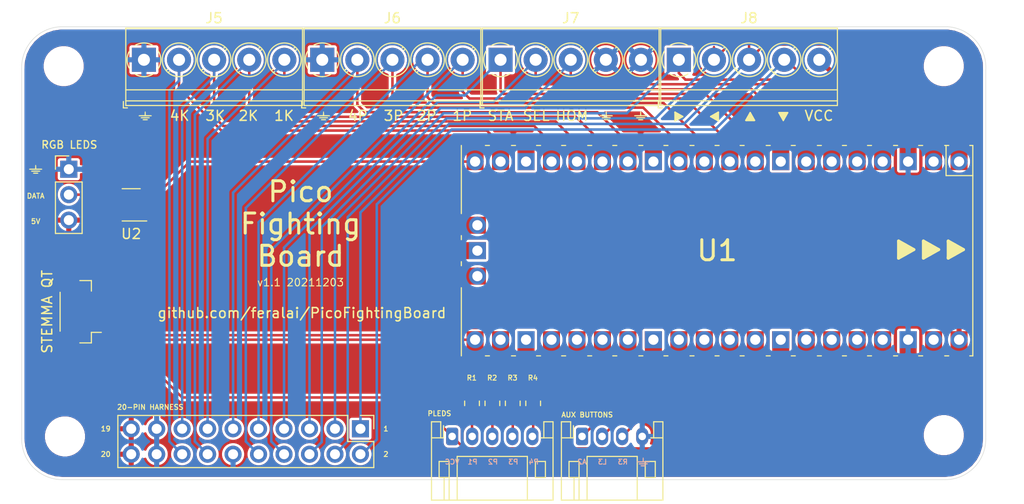
<source format=kicad_pcb>
(kicad_pcb (version 20171130) (host pcbnew "(5.1.10)-1")
  (layers (0 F.Cu signal) (31 B.Cu signal) (34 B.Paste user) (35 F.Paste user) (36 B.SilkS user) (37 F.SilkS user) (38 B.Mask user) (39 F.Mask user) (44 Edge.Cuts user))
  (net 0 "")
  (net 1 "Net-(J2-Pad9)")
  (net 2 "Net-(J3-Pad2)")
  (net 3 "Net-(J3-Pad3)")
  (net 4 "Net-(J3-Pad4)")
  (net 5 "Net-(J3-Pad5)")
  (net 6 "Net-(U1-Pad13)")
  (net 7 "Net-(U1-Pad28)")
  (net 8 "Net-(U1-Pad33)")
  (net 9 "Net-(U1-Pad35)")
  (net 10 "Net-(U1-Pad37)")
  (net 11 "Net-(U1-Pad39)")
  (net 12 "Net-(U1-Pad41)")
  (net 13 "Net-(U1-Pad42)")
  (net 14 "Net-(U1-Pad43)")
  (net 15 "Net-(U1-Pad23)")
  (net 16 "Net-(U1-Pad34)")
  (net 17 "Net-(U1-Pad18)")
  (net 18 "Net-(U1-Pad8)")
  (net 19 /GND)
  (net 20 /5V)
  (net 21 /UP)
  (net 22 /DOWN)
  (net 23 /RIGHT)
  (net 24 /LEFT)
  (net 25 /SELECT)
  (net 26 /HOME)
  (net 27 /START)
  (net 28 /1P)
  (net 29 /2P)
  (net 30 /3P)
  (net 31 /4P)
  (net 32 /1K)
  (net 33 /2K)
  (net 34 /3K)
  (net 35 /4K)
  (net 36 /3V3)
  (net 37 /TP)
  (net 38 /LSB)
  (net 39 /RSB)
  (net 40 /SDA)
  (net 41 /SCL)
  (net 42 /PLED1)
  (net 43 /PLED2)
  (net 44 /PLED3)
  (net 45 /PLED4)
  (net 46 /RUN)
  (net 47 /RGB)
  (net 48 "Net-(U2-Pad1)")
  (net 49 /RGB_5V_DATA)
  (module FeralAI:GS_Ground_back (layer F.Cu) (at 165.354 122.682)
    (fp_text reference " " (at 0 0) (layer B.SilkS) (effects (font (size 1.524 1.524) (thickness 0.3)) (justify mirror)))
    (fp_text value " " (at 0.75 0) (layer B.SilkS) (effects (font (size 1.524 1.524) (thickness 0.3)) (justify mirror)))
  )
  (module FeralAI:GS_Ground (layer F.Cu) (at 104.775 93.472)
    (fp_text reference " " hide)
    (fp_text value " " hide)
  )
  (module FeralAI:GS_Ground (layer F.Cu) (at 165.1 88.138)
    (fp_text reference " " hide)
    (fp_text value " " hide)
  )
  (module FeralAI:GS_Ground (layer F.Cu) (at 161.671 88.138)
    (fp_text reference " " hide)
    (fp_text value " " hide)
  )
  (module FeralAI:GS_Ground (layer F.Cu) (at 133.477 88.138)
    (fp_text reference " " hide)
    (fp_text value " " hide)
  )
  (module FeralAI:GS_Ground (layer F.Cu) (at 115.697 88.138)
    (fp_text reference " " hide)
    (fp_text value " " hide)
  )
  (module MountingHole:MountingHole_3.5mm (layer F.Cu) (at 195.326 83.185)
    (fp_text reference REF** hide)
    (fp_text value MountingHole_3.5mm)
    (pad 1 np_thru_hole circle (at 0 0) (size 3.5 3.5) (drill 3.5) (layers *.Cu *.Mask))
  )
  (module MountingHole:MountingHole_3.5mm (layer F.Cu) (at 195.326 120.015)
    (fp_text reference REF** hide)
    (fp_text value MountingHole_3.5mm)
    (pad 1 np_thru_hole circle (at 0 0) (size 3.5 3.5) (drill 3.5) (layers *.Cu *.Mask))
  )
  (module MountingHole:MountingHole_3.5mm (layer F.Cu) (at 107.696 120.142)
    (fp_text reference REF** hide)
    (fp_text value MountingHole_3.5mm)
    (pad 1 np_thru_hole circle (at 0 0) (size 3.5 3.5) (drill 3.5) (layers *.Cu *.Mask))
  )
  (module MountingHole:MountingHole_3.5mm (layer F.Cu) (at 107.569 83.185)
    (fp_text reference REF** hide)
    (fp_text value MountingHole_3.5mm)
    (pad 1 np_thru_hole circle (at 0 0) (size 3.5 3.5) (drill 3.5) (layers *.Cu *.Mask))
  )
  (module Connector_PinHeader_2.54mm:PinHeader_2x10_P2.54mm_Vertical (layer F.Cu) (at 137.16 119.38 270)
    (fp_text reference "20-PIN HARNESS" (at -2.159 20.955 180) (layer F.SilkS) (effects (font (size 0.5 0.5) (thickness 0.1))))
    (fp_text value Conn_02x10_Odd_Even hide)
    (pad 1 thru_hole rect (at 0 0 270) (size 1.7 1.7) (drill 1) (layers *.Cu *.Mask) (net 21 /UP))
    (pad 2 thru_hole oval (at 2.54 0 270) (size 1.7 1.7) (drill 1) (layers *.Cu *.Mask) (net 22 /DOWN))
    (pad 3 thru_hole oval (at 0 2.54 270) (size 1.7 1.7) (drill 1) (layers *.Cu *.Mask) (net 23 /RIGHT))
    (pad 4 thru_hole oval (at 2.54 2.54 270) (size 1.7 1.7) (drill 1) (layers *.Cu *.Mask) (net 24 /LEFT))
    (pad 5 thru_hole oval (at 0 5.08 270) (size 1.7 1.7) (drill 1) (layers *.Cu *.Mask) (net 25 /SELECT))
    (pad 6 thru_hole oval (at 2.54 5.08 270) (size 1.7 1.7) (drill 1) (layers *.Cu *.Mask) (net 26 /HOME))
    (pad 7 thru_hole oval (at 0 7.62 270) (size 1.7 1.7) (drill 1) (layers *.Cu *.Mask) (net 27 /START))
    (pad 8 thru_hole oval (at 2.54 7.62 270) (size 1.7 1.7) (drill 1) (layers *.Cu *.Mask) (net 28 /1P))
    (pad 9 thru_hole oval (at 0 10.16 270) (size 1.7 1.7) (drill 1) (layers *.Cu *.Mask) (net 29 /2P))
    (pad 10 thru_hole oval (at 2.54 10.16 270) (size 1.7 1.7) (drill 1) (layers *.Cu *.Mask) (net 30 /3P))
    (pad 11 thru_hole oval (at 0 12.7 270) (size 1.7 1.7) (drill 1) (layers *.Cu *.Mask) (net 31 /4P))
    (pad 12 thru_hole oval (at 2.54 12.7 270) (size 1.7 1.7) (drill 1) (layers *.Cu *.Mask) (net 19 /GND))
    (pad 13 thru_hole oval (at 0 15.24 270) (size 1.7 1.7) (drill 1) (layers *.Cu *.Mask) (net 32 /1K))
    (pad 14 thru_hole oval (at 2.54 15.24 270) (size 1.7 1.7) (drill 1) (layers *.Cu *.Mask) (net 33 /2K))
    (pad 15 thru_hole oval (at 0 17.78 270) (size 1.7 1.7) (drill 1) (layers *.Cu *.Mask) (net 34 /3K))
    (pad 16 thru_hole oval (at 2.54 17.78 270) (size 1.7 1.7) (drill 1) (layers *.Cu *.Mask) (net 35 /4K))
    (pad 17 thru_hole oval (at 0 20.32 270) (size 1.7 1.7) (drill 1) (layers *.Cu *.Mask) (net 19 /GND))
    (pad 18 thru_hole oval (at 2.54 20.32 270) (size 1.7 1.7) (drill 1) (layers *.Cu *.Mask) (net 19 /GND))
    (pad 19 thru_hole oval (at 0 22.86 270) (size 1.7 1.7) (drill 1) (layers *.Cu *.Mask) (net 20 /5V))
    (pad 20 thru_hole oval (at 2.54 22.86 270) (size 1.7 1.7) (drill 1) (layers *.Cu *.Mask) (net 20 /5V))
  )
  (module Connector_JST:JST_PH_S5B-PH-K_1x05_P2.00mm_Horizontal (layer F.Cu) (at 146.304 120.142)
    (fp_text reference PLEDS (at -1.27 -2.286) (layer F.SilkS) (effects (font (size 0.5 0.5) (thickness 0.1))))
    (fp_text value Conn_01x05_Male)
    (pad 1 thru_hole roundrect (at 0 0) (size 1.2 1.75) (drill 0.75) (layers *.Cu *.Mask) (roundrect_rratio 0.2083325) (net 36 /3V3))
    (pad 2 thru_hole oval (at 2 0) (size 1.2 1.75) (drill 0.75) (layers *.Cu *.Mask) (net 2 "Net-(J3-Pad2)"))
    (pad 3 thru_hole oval (at 4 0) (size 1.2 1.75) (drill 0.75) (layers *.Cu *.Mask) (net 3 "Net-(J3-Pad3)"))
    (pad 4 thru_hole oval (at 6 0) (size 1.2 1.75) (drill 0.75) (layers *.Cu *.Mask) (net 4 "Net-(J3-Pad4)"))
    (pad 5 thru_hole oval (at 8 0) (size 1.2 1.75) (drill 0.75) (layers *.Cu *.Mask) (net 5 "Net-(J3-Pad5)"))
  )
  (module Connector_PinHeader_2.54mm:PinHeader_1x03_P2.54mm_Vertical (layer F.Cu) (at 108.077 93.472)
    (fp_text reference "RGB LEDS" (at 0.0508 -2.4384) (layer F.SilkS) (effects (font (size 0.75 0.75) (thickness 0.125))))
    (fp_text value Conn_01x03_Male hide)
    (pad 1 thru_hole rect (at 0 0) (size 1.7 1.7) (drill 1) (layers *.Cu *.Mask) (net 19 /GND))
    (pad 2 thru_hole oval (at 0 2.54) (size 1.7 1.7) (drill 1) (layers *.Cu *.Mask) (net 49 /RGB_5V_DATA))
    (pad 3 thru_hole oval (at 0 5.08) (size 1.7 1.7) (drill 1) (layers *.Cu *.Mask) (net 20 /5V))
  )
  (module Resistor_SMD:R_0805_2012Metric (layer F.Cu) (at 148.2852 116.84 270)
    (fp_text reference R1 (at -2.54 0.0264) (layer F.SilkS) (effects (font (size 0.5 0.5) (thickness 0.1))))
    (fp_text value 330 hide)
    (pad 1 smd roundrect (at -0.9125 0 270) (size 1.025 1.4) (layers F.Cu F.Paste F.Mask) (roundrect_rratio 0.2439014634146341) (net 42 /PLED1))
    (pad 2 smd roundrect (at 0.9125 0 270) (size 1.025 1.4) (layers F.Cu F.Paste F.Mask) (roundrect_rratio 0.2439014634146341) (net 2 "Net-(J3-Pad2)"))
  )
  (module Resistor_SMD:R_0805_2012Metric (layer F.Cu) (at 150.3172 116.84 270)
    (fp_text reference R2 (at -2.54 0.0264) (layer F.SilkS) (effects (font (size 0.5 0.5) (thickness 0.1))))
    (fp_text value 330 hide)
    (pad 2 smd roundrect (at 0.9125 0 270) (size 1.025 1.4) (layers F.Cu F.Paste F.Mask) (roundrect_rratio 0.2439014634146341) (net 3 "Net-(J3-Pad3)"))
    (pad 1 smd roundrect (at -0.9125 0 270) (size 1.025 1.4) (layers F.Cu F.Paste F.Mask) (roundrect_rratio 0.2439014634146341) (net 43 /PLED2))
  )
  (module Resistor_SMD:R_0805_2012Metric (layer F.Cu) (at 152.3492 116.84 270)
    (fp_text reference R3 (at -2.54 0.0264) (layer F.SilkS) (effects (font (size 0.5 0.5) (thickness 0.1))))
    (fp_text value 330 hide)
    (pad 1 smd roundrect (at -0.9125 0 270) (size 1.025 1.4) (layers F.Cu F.Paste F.Mask) (roundrect_rratio 0.2439014634146341) (net 44 /PLED3))
    (pad 2 smd roundrect (at 0.9125 0 270) (size 1.025 1.4) (layers F.Cu F.Paste F.Mask) (roundrect_rratio 0.2439014634146341) (net 4 "Net-(J3-Pad4)"))
  )
  (module Resistor_SMD:R_0805_2012Metric (layer F.Cu) (at 154.3812 116.84 270)
    (fp_text reference R4 (at -2.54 0.0264) (layer F.SilkS) (effects (font (size 0.5 0.5) (thickness 0.1))))
    (fp_text value 330 hide)
    (pad 2 smd roundrect (at 0.9125 0 270) (size 1.025 1.4) (layers F.Cu F.Paste F.Mask) (roundrect_rratio 0.2439014634146341) (net 5 "Net-(J3-Pad5)"))
    (pad 1 smd roundrect (at -0.9125 0 270) (size 1.025 1.4) (layers F.Cu F.Paste F.Mask) (roundrect_rratio 0.2439014634146341) (net 45 /PLED4))
  )
  (module Package_TO_SOT_SMD:SOT-23-5 (layer F.Cu) (at 114.3 97.028 180)
    (fp_text reference U2 (at 0 -2.9) (layer F.SilkS))
    (fp_text value SN74LV1T34DBV hide)
    (pad 1 smd rect (at -1.1 -0.95 180) (size 1.06 0.65) (layers F.Cu F.Paste F.Mask) (net 48 "Net-(U2-Pad1)"))
    (pad 2 smd rect (at -1.1 0 180) (size 1.06 0.65) (layers F.Cu F.Paste F.Mask) (net 47 /RGB))
    (pad 3 smd rect (at -1.1 0.95 180) (size 1.06 0.65) (layers F.Cu F.Paste F.Mask) (net 19 /GND))
    (pad 4 smd rect (at 1.1 0.95 180) (size 1.06 0.65) (layers F.Cu F.Paste F.Mask) (net 49 /RGB_5V_DATA))
    (pad 5 smd rect (at 1.1 -0.95 180) (size 1.06 0.65) (layers F.Cu F.Paste F.Mask) (net 20 /5V))
  )
  (module MCU_RaspberryPi_and_Boards:RPi_Pico_SMD_TH_Clean (layer F.Cu) (at 172.72 101.6 270)
    (fp_text reference U1 (at 0 0) (layer F.SilkS) (effects (font (size 2 2) (thickness 0.3))))
    (fp_text value Pico hide)
    (pad 43 thru_hole oval (at 2.54 23.9 270) (size 1.7 1.7) (drill 1.02) (layers *.Cu *.Mask) (net 14 "Net-(U1-Pad43)"))
    (pad 43 smd rect (at 2.54 23.9) (size 3.5 1.7) (drill (offset -0.9 0)) (layers F.Cu F.Mask) (net 14 "Net-(U1-Pad43)"))
    (pad 42 thru_hole rect (at 0 23.9 270) (size 1.7 1.7) (drill 1.02) (layers *.Cu *.Mask) (net 13 "Net-(U1-Pad42)"))
    (pad 42 smd rect (at 0 23.9) (size 3.5 1.7) (drill (offset -0.9 0)) (layers F.Cu F.Mask) (net 13 "Net-(U1-Pad42)"))
    (pad 41 thru_hole oval (at -2.54 23.9 270) (size 1.7 1.7) (drill 1.02) (layers *.Cu *.Mask) (net 12 "Net-(U1-Pad41)"))
    (pad 41 smd rect (at -2.54 23.9) (size 3.5 1.7) (drill (offset -0.9 0)) (layers F.Cu F.Mask) (net 12 "Net-(U1-Pad41)"))
    (pad 21 smd rect (at 8.89 24.13 270) (size 3.5 1.7) (drill (offset 0.9 0)) (layers F.Cu F.Mask) (net 40 /SDA))
    (pad 22 smd rect (at 8.89 21.59 270) (size 3.5 1.7) (drill (offset 0.9 0)) (layers F.Cu F.Mask) (net 41 /SCL))
    (pad 23 smd rect (at 8.89 19.05 270) (size 3.5 1.7) (drill (offset 0.9 0)) (layers F.Cu F.Mask) (net 15 "Net-(U1-Pad23)"))
    (pad 24 smd rect (at 8.89 16.51 270) (size 3.5 1.7) (drill (offset 0.9 0)) (layers F.Cu F.Mask) (net 42 /PLED1))
    (pad 25 smd rect (at 8.89 13.97 270) (size 3.5 1.7) (drill (offset 0.9 0)) (layers F.Cu F.Mask) (net 43 /PLED2))
    (pad 26 smd rect (at 8.89 11.43 270) (size 3.5 1.7) (drill (offset 0.9 0)) (layers F.Cu F.Mask) (net 44 /PLED3))
    (pad 27 smd rect (at 8.89 8.89 270) (size 3.5 1.7) (drill (offset 0.9 0)) (layers F.Cu F.Mask) (net 45 /PLED4))
    (pad 28 smd rect (at 8.89 6.35 270) (size 3.5 1.7) (drill (offset 0.9 0)) (layers F.Cu F.Mask) (net 7 "Net-(U1-Pad28)"))
    (pad 29 smd rect (at 8.89 3.81 270) (size 3.5 1.7) (drill (offset 0.9 0)) (layers F.Cu F.Mask) (net 37 /TP))
    (pad 30 smd rect (at 8.89 1.27 270) (size 3.5 1.7) (drill (offset 0.9 0)) (layers F.Cu F.Mask) (net 46 /RUN))
    (pad 31 smd rect (at 8.89 -1.27 270) (size 3.5 1.7) (drill (offset 0.9 0)) (layers F.Cu F.Mask) (net 38 /LSB))
    (pad 32 smd rect (at 8.89 -3.81 270) (size 3.5 1.7) (drill (offset 0.9 0)) (layers F.Cu F.Mask) (net 39 /RSB))
    (pad 33 smd rect (at 8.89 -6.35 270) (size 3.5 1.7) (drill (offset 0.9 0)) (layers F.Cu F.Mask) (net 8 "Net-(U1-Pad33)"))
    (pad 34 smd rect (at 8.89 -8.89 270) (size 3.5 1.7) (drill (offset 0.9 0)) (layers F.Cu F.Mask) (net 16 "Net-(U1-Pad34)"))
    (pad 35 smd rect (at 8.89 -11.43 270) (size 3.5 1.7) (drill (offset 0.9 0)) (layers F.Cu F.Mask) (net 9 "Net-(U1-Pad35)"))
    (pad 36 smd rect (at 8.89 -13.97 270) (size 3.5 1.7) (drill (offset 0.9 0)) (layers F.Cu F.Mask) (net 36 /3V3))
    (pad 37 smd rect (at 8.89 -16.51 270) (size 3.5 1.7) (drill (offset 0.9 0)) (layers F.Cu F.Mask) (net 10 "Net-(U1-Pad37)"))
    (pad 38 smd rect (at 8.89 -19.05 270) (size 3.5 1.7) (drill (offset 0.9 0)) (layers F.Cu F.Mask) (net 19 /GND))
    (pad 39 smd rect (at 8.89 -21.59 270) (size 3.5 1.7) (drill (offset 0.9 0)) (layers F.Cu F.Mask) (net 11 "Net-(U1-Pad39)"))
    (pad 40 smd rect (at 8.89 -24.13 270) (size 3.5 1.7) (drill (offset 0.9 0)) (layers F.Cu F.Mask) (net 20 /5V))
    (pad 20 smd rect (at -8.89 24.13 270) (size 3.5 1.7) (drill (offset -0.9 0)) (layers F.Cu F.Mask) (net 47 /RGB))
    (pad 19 smd rect (at -8.89 21.59 270) (size 3.5 1.7) (drill (offset -0.9 0)) (layers F.Cu F.Mask) (net 35 /4K))
    (pad 18 smd rect (at -8.89 19.05 270) (size 3.5 1.7) (drill (offset -0.9 0)) (layers F.Cu F.Mask) (net 17 "Net-(U1-Pad18)"))
    (pad 17 smd rect (at -8.89 16.51 270) (size 3.5 1.7) (drill (offset -0.9 0)) (layers F.Cu F.Mask) (net 34 /3K))
    (pad 16 smd rect (at -8.89 13.97 270) (size 3.5 1.7) (drill (offset -0.9 0)) (layers F.Cu F.Mask) (net 33 /2K))
    (pad 15 smd rect (at -8.89 11.43 270) (size 3.5 1.7) (drill (offset -0.9 0)) (layers F.Cu F.Mask) (net 32 /1K))
    (pad 14 smd rect (at -8.89 8.89 270) (size 3.5 1.7) (drill (offset -0.9 0)) (layers F.Cu F.Mask) (net 31 /4P))
    (pad 13 smd rect (at -8.89 6.35 270) (size 3.5 1.7) (drill (offset -0.9 0)) (layers F.Cu F.Mask) (net 6 "Net-(U1-Pad13)"))
    (pad 12 smd rect (at -8.89 3.81 270) (size 3.5 1.7) (drill (offset -0.9 0)) (layers F.Cu F.Mask) (net 30 /3P))
    (pad 11 smd rect (at -8.89 1.27 270) (size 3.5 1.7) (drill (offset -0.9 0)) (layers F.Cu F.Mask) (net 28 /1P))
    (pad 10 smd rect (at -8.89 -1.27 270) (size 3.5 1.7) (drill (offset -0.9 0)) (layers F.Cu F.Mask) (net 28 /1P))
    (pad 9 smd rect (at -8.89 -3.81 270) (size 3.5 1.7) (drill (offset -0.9 0)) (layers F.Cu F.Mask) (net 27 /START))
    (pad 8 smd rect (at -8.89 -6.35 270) (size 3.5 1.7) (drill (offset -0.9 0)) (layers F.Cu F.Mask) (net 18 "Net-(U1-Pad8)"))
    (pad 7 smd rect (at -8.89 -8.89 270) (size 3.5 1.7) (drill (offset -0.9 0)) (layers F.Cu F.Mask) (net 25 /SELECT))
    (pad 6 smd rect (at -8.89 -11.43 270) (size 3.5 1.7) (drill (offset -0.9 0)) (layers F.Cu F.Mask) (net 26 /HOME))
    (pad 5 smd rect (at -8.89 -13.97 270) (size 3.5 1.7) (drill (offset -0.9 0)) (layers F.Cu F.Mask) (net 23 /RIGHT))
    (pad 4 smd rect (at -8.89 -16.51 270) (size 3.5 1.7) (drill (offset -0.9 0)) (layers F.Cu F.Mask) (net 22 /DOWN))
    (pad 3 smd rect (at -8.89 -19.05 270) (size 3.5 1.7) (drill (offset -0.9 0)) (layers F.Cu F.Mask) (net 19 /GND))
    (pad 2 smd rect (at -8.89 -21.59 270) (size 3.5 1.7) (drill (offset -0.9 0)) (layers F.Cu F.Mask) (net 21 /UP))
    (pad 1 smd rect (at -8.89 -24.13 270) (size 3.5 1.7) (drill (offset -0.9 0)) (layers F.Cu F.Mask) (net 24 /LEFT))
    (pad 40 thru_hole oval (at 8.89 -24.13 270) (size 1.7 1.7) (drill 1.02) (layers *.Cu *.Mask) (net 20 /5V))
    (pad 39 thru_hole oval (at 8.89 -21.59 270) (size 1.7 1.7) (drill 1.02) (layers *.Cu *.Mask) (net 11 "Net-(U1-Pad39)"))
    (pad 38 thru_hole rect (at 8.89 -19.05 270) (size 1.7 1.7) (drill 1.02) (layers *.Cu *.Mask) (net 19 /GND))
    (pad 37 thru_hole oval (at 8.89 -16.51 270) (size 1.7 1.7) (drill 1.02) (layers *.Cu *.Mask) (net 10 "Net-(U1-Pad37)"))
    (pad 36 thru_hole oval (at 8.89 -13.97 270) (size 1.7 1.7) (drill 1.02) (layers *.Cu *.Mask) (net 36 /3V3))
    (pad 35 thru_hole oval (at 8.89 -11.43 270) (size 1.7 1.7) (drill 1.02) (layers *.Cu *.Mask) (net 9 "Net-(U1-Pad35)"))
    (pad 34 thru_hole oval (at 8.89 -8.89 270) (size 1.7 1.7) (drill 1.02) (layers *.Cu *.Mask) (net 16 "Net-(U1-Pad34)"))
    (pad 33 thru_hole rect (at 8.89 -6.35 270) (size 1.7 1.7) (drill 1.02) (layers *.Cu *.Mask) (net 8 "Net-(U1-Pad33)"))
    (pad 32 thru_hole oval (at 8.89 -3.81 270) (size 1.7 1.7) (drill 1.02) (layers *.Cu *.Mask) (net 39 /RSB))
    (pad 31 thru_hole oval (at 8.89 -1.27 270) (size 1.7 1.7) (drill 1.02) (layers *.Cu *.Mask) (net 38 /LSB))
    (pad 30 thru_hole oval (at 8.89 1.27 270) (size 1.7 1.7) (drill 1.02) (layers *.Cu *.Mask) (net 46 /RUN))
    (pad 29 thru_hole oval (at 8.89 3.81 270) (size 1.7 1.7) (drill 1.02) (layers *.Cu *.Mask) (net 37 /TP))
    (pad 28 thru_hole rect (at 8.89 6.35 270) (size 1.7 1.7) (drill 1.02) (layers *.Cu *.Mask) (net 7 "Net-(U1-Pad28)"))
    (pad 27 thru_hole oval (at 8.89 8.89 270) (size 1.7 1.7) (drill 1.02) (layers *.Cu *.Mask) (net 45 /PLED4))
    (pad 26 thru_hole oval (at 8.89 11.43 270) (size 1.7 1.7) (drill 1.02) (layers *.Cu *.Mask) (net 44 /PLED3))
    (pad 25 thru_hole oval (at 8.89 13.97 270) (size 1.7 1.7) (drill 1.02) (layers *.Cu *.Mask) (net 43 /PLED2))
    (pad 24 thru_hole oval (at 8.89 16.51 270) (size 1.7 1.7) (drill 1.02) (layers *.Cu *.Mask) (net 42 /PLED1))
    (pad 23 thru_hole rect (at 8.89 19.05 270) (size 1.7 1.7) (drill 1.02) (layers *.Cu *.Mask) (net 15 "Net-(U1-Pad23)"))
    (pad 22 thru_hole oval (at 8.89 21.59 270) (size 1.7 1.7) (drill 1.02) (layers *.Cu *.Mask) (net 41 /SCL))
    (pad 21 thru_hole oval (at 8.89 24.13 270) (size 1.7 1.7) (drill 1.02) (layers *.Cu *.Mask) (net 40 /SDA))
    (pad 20 thru_hole oval (at -8.89 24.13 270) (size 1.7 1.7) (drill 1.02) (layers *.Cu *.Mask) (net 47 /RGB))
    (pad 19 thru_hole oval (at -8.89 21.59 270) (size 1.7 1.7) (drill 1.02) (layers *.Cu *.Mask) (net 35 /4K))
    (pad 18 thru_hole rect (at -8.89 19.05 270) (size 1.7 1.7) (drill 1.02) (layers *.Cu *.Mask) (net 17 "Net-(U1-Pad18)"))
    (pad 17 thru_hole oval (at -8.89 16.51 270) (size 1.7 1.7) (drill 1.02) (layers *.Cu *.Mask) (net 34 /3K))
    (pad 16 thru_hole oval (at -8.89 13.97 270) (size 1.7 1.7) (drill 1.02) (layers *.Cu *.Mask) (net 33 /2K))
    (pad 15 thru_hole oval (at -8.89 11.43 270) (size 1.7 1.7) (drill 1.02) (layers *.Cu *.Mask) (net 32 /1K))
    (pad 14 thru_hole oval (at -8.89 8.89 270) (size 1.7 1.7) (drill 1.02) (layers *.Cu *.Mask) (net 31 /4P))
    (pad 13 thru_hole rect (at -8.89 6.35 270) (size 1.7 1.7) (drill 1.02) (layers *.Cu *.Mask) (net 6 "Net-(U1-Pad13)"))
    (pad 12 thru_hole oval (at -8.89 3.81 270) (size 1.7 1.7) (drill 1.02) (layers *.Cu *.Mask) (net 30 /3P))
    (pad 11 thru_hole oval (at -8.89 1.27 270) (size 1.7 1.7) (drill 1.02) (layers *.Cu *.Mask) (net 28 /1P))
    (pad 10 thru_hole oval (at -8.89 -1.27 270) (size 1.7 1.7) (drill 1.02) (layers *.Cu *.Mask) (net 28 /1P))
    (pad 9 thru_hole oval (at -8.89 -3.81 270) (size 1.7 1.7) (drill 1.02) (layers *.Cu *.Mask) (net 27 /START))
    (pad 8 thru_hole rect (at -8.89 -6.35 270) (size 1.7 1.7) (drill 1.02) (layers *.Cu *.Mask) (net 18 "Net-(U1-Pad8)"))
    (pad 7 thru_hole oval (at -8.89 -8.89 270) (size 1.7 1.7) (drill 1.02) (layers *.Cu *.Mask) (net 25 /SELECT))
    (pad 6 thru_hole oval (at -8.89 -11.43 270) (size 1.7 1.7) (drill 1.02) (layers *.Cu *.Mask) (net 26 /HOME))
    (pad 5 thru_hole oval (at -8.89 -13.97 270) (size 1.7 1.7) (drill 1.02) (layers *.Cu *.Mask) (net 23 /RIGHT))
    (pad 4 thru_hole oval (at -8.89 -16.51 270) (size 1.7 1.7) (drill 1.02) (layers *.Cu *.Mask) (net 22 /DOWN))
    (pad 3 thru_hole rect (at -8.89 -19.05 270) (size 1.7 1.7) (drill 1.02) (layers *.Cu *.Mask) (net 19 /GND))
    (pad 2 thru_hole oval (at -8.89 -21.59 270) (size 1.7 1.7) (drill 1.02) (layers *.Cu *.Mask) (net 21 /UP))
    (pad 1 thru_hole oval (at -8.89 -24.13 270) (size 1.7 1.7) (drill 1.02) (layers *.Cu *.Mask) (net 24 /LEFT))
  )
  (module Connector_JST:JST_PH_S4B-PH-K_1x04_P2.00mm_Horizontal (layer F.Cu) (at 159.258 120.142)
    (fp_text reference "AUX BUTTONS" (at 0.508 -2.159) (layer F.SilkS) (effects (font (size 0.5 0.5) (thickness 0.1))))
    (fp_text value Conn_01x04_Male)
    (pad 1 thru_hole roundrect (at 0 0) (size 1.2 1.75) (drill 0.75) (layers *.Cu *.Mask) (roundrect_rratio 0.2083325) (net 37 /TP))
    (pad 2 thru_hole oval (at 2 0) (size 1.2 1.75) (drill 0.75) (layers *.Cu *.Mask) (net 38 /LSB))
    (pad 3 thru_hole oval (at 4 0) (size 1.2 1.75) (drill 0.75) (layers *.Cu *.Mask) (net 39 /RSB))
    (pad 4 thru_hole oval (at 6 0) (size 1.2 1.75) (drill 0.75) (layers *.Cu *.Mask) (net 19 /GND))
  )
  (module TerminalBlock_Phoenix:TerminalBlock_Phoenix_PT-1,5-5-3.5-H_1x05_P3.50mm_Horizontal (layer F.Cu) (at 115.57 82.55)
    (fp_text reference J5 (at 7 -4.16) (layer F.SilkS))
    (fp_text value ST01x05)
    (pad 1 thru_hole rect (at 0 0) (size 2.4 2.4) (drill 1.2) (layers *.Cu *.Mask) (net 19 /GND))
    (pad 2 thru_hole circle (at 3.5 0) (size 2.4 2.4) (drill 1.2) (layers *.Cu *.Mask) (net 35 /4K))
    (pad 3 thru_hole circle (at 7 0) (size 2.4 2.4) (drill 1.2) (layers *.Cu *.Mask) (net 34 /3K))
    (pad 4 thru_hole circle (at 10.5 0) (size 2.4 2.4) (drill 1.2) (layers *.Cu *.Mask) (net 33 /2K))
    (pad 5 thru_hole circle (at 14 0) (size 2.4 2.4) (drill 1.2) (layers *.Cu *.Mask) (net 32 /1K))
  )
  (module TerminalBlock_Phoenix:TerminalBlock_Phoenix_PT-1,5-5-3.5-H_1x05_P3.50mm_Horizontal (layer F.Cu) (at 133.35 82.55)
    (fp_text reference J6 (at 7 -4.16) (layer F.SilkS))
    (fp_text value ST01x05)
    (pad 5 thru_hole circle (at 14 0) (size 2.4 2.4) (drill 1.2) (layers *.Cu *.Mask) (net 28 /1P))
    (pad 4 thru_hole circle (at 10.5 0) (size 2.4 2.4) (drill 1.2) (layers *.Cu *.Mask) (net 29 /2P))
    (pad 3 thru_hole circle (at 7 0) (size 2.4 2.4) (drill 1.2) (layers *.Cu *.Mask) (net 30 /3P))
    (pad 2 thru_hole circle (at 3.5 0) (size 2.4 2.4) (drill 1.2) (layers *.Cu *.Mask) (net 31 /4P))
    (pad 1 thru_hole rect (at 0 0) (size 2.4 2.4) (drill 1.2) (layers *.Cu *.Mask) (net 19 /GND))
  )
  (module TerminalBlock_Phoenix:TerminalBlock_Phoenix_PT-1,5-5-3.5-H_1x05_P3.50mm_Horizontal (layer F.Cu) (at 151.13 82.55)
    (fp_text reference J7 (at 7 -4.16) (layer F.SilkS))
    (fp_text value ST01x05)
    (pad 1 thru_hole rect (at 0 0) (size 2.4 2.4) (drill 1.2) (layers *.Cu *.Mask) (net 27 /START))
    (pad 2 thru_hole circle (at 3.5 0) (size 2.4 2.4) (drill 1.2) (layers *.Cu *.Mask) (net 25 /SELECT))
    (pad 3 thru_hole circle (at 7 0) (size 2.4 2.4) (drill 1.2) (layers *.Cu *.Mask) (net 26 /HOME))
    (pad 4 thru_hole circle (at 10.5 0) (size 2.4 2.4) (drill 1.2) (layers *.Cu *.Mask) (net 19 /GND))
    (pad 5 thru_hole circle (at 14 0) (size 2.4 2.4) (drill 1.2) (layers *.Cu *.Mask) (net 19 /GND))
  )
  (module TerminalBlock_Phoenix:TerminalBlock_Phoenix_PT-1,5-5-3.5-H_1x05_P3.50mm_Horizontal (layer F.Cu) (at 168.91 82.55)
    (fp_text reference J8 (at 7 -4.16) (layer F.SilkS))
    (fp_text value ST01x05)
    (pad 5 thru_hole circle (at 14 0) (size 2.4 2.4) (drill 1.2) (layers *.Cu *.Mask) (net 20 /5V))
    (pad 4 thru_hole circle (at 10.5 0) (size 2.4 2.4) (drill 1.2) (layers *.Cu *.Mask) (net 22 /DOWN))
    (pad 3 thru_hole circle (at 7 0) (size 2.4 2.4) (drill 1.2) (layers *.Cu *.Mask) (net 21 /UP))
    (pad 2 thru_hole circle (at 3.5 0) (size 2.4 2.4) (drill 1.2) (layers *.Cu *.Mask) (net 24 /LEFT))
    (pad 1 thru_hole rect (at 0 0) (size 2.4 2.4) (drill 1.2) (layers *.Cu *.Mask) (net 23 /RIGHT))
  )
  (module Connector_JST:JST_SH_BM04B-SRSS-TB_1x04-1MP_P1.00mm_Vertical (layer F.Cu) (at 109.22 107.696 90)
    (fp_text reference "STEMMA QT" (at 0 -3.3 90) (layer F.SilkS))
    (fp_text value Conn_01x04_Male)
    (pad MP smd roundrect (at 2.8 -1.2 90) (size 1.2 1.8) (layers F.Cu F.Paste F.Mask) (roundrect_rratio 0.208333))
    (pad MP smd roundrect (at -2.8 -1.2 90) (size 1.2 1.8) (layers F.Cu F.Paste F.Mask) (roundrect_rratio 0.208333))
    (pad 4 smd roundrect (at 1.5 1.325 90) (size 0.6 1.55) (layers F.Cu F.Paste F.Mask) (net 41 /SCL))
    (pad 3 smd roundrect (at 0.5 1.325 90) (size 0.6 1.55) (layers F.Cu F.Paste F.Mask) (net 40 /SDA))
    (pad 2 smd roundrect (at -0.5 1.325 90) (size 0.6 1.55) (layers F.Cu F.Paste F.Mask) (net 36 /3V3))
    (pad 1 smd roundrect (at -1.5 1.325 90) (size 0.6 1.55) (layers F.Cu F.Paste F.Mask) (net 19 /GND))
  )
  (gr_text github.com/feralai/PicoFightingBoard (at 131.318 107.823) (layer F.SilkS) (effects (font (size 1 1))))
  (gr_text "v1.1 20211203" (at 131.191 104.775) (layer F.SilkS) (effects (font (size 0.75 0.75) (thickness 0.1))))
  (gr_text VCC (at 146.304 122.682) (layer B.SilkS) (effects (font (size 0.5 0.5) (thickness 0.1)) (justify mirror)))
  (gr_text P1 (at 148.336 122.682) (layer B.SilkS) (effects (font (size 0.5 0.5) (thickness 0.1)) (justify mirror)))
  (gr_text P2 (at 150.368 122.682) (layer B.SilkS) (effects (font (size 0.5 0.5) (thickness 0.1)) (justify mirror)))
  (gr_text P3 (at 152.4 122.682) (layer B.SilkS) (effects (font (size 0.5 0.5) (thickness 0.1)) (justify mirror)))
  (gr_text P4 (at 154.432 122.682) (layer B.SilkS) (effects (font (size 0.5 0.5) (thickness 0.1)) (justify mirror)))
  (gr_text A2 (at 159.258 122.682) (layer B.SilkS) (effects (font (size 0.5 0.5) (thickness 0.1)) (justify mirror)))
  (gr_text L3 (at 161.29 122.682) (layer B.SilkS) (effects (font (size 0.5 0.5) (thickness 0.1)) (justify mirror)))
  (gr_text R3 (at 163.322 122.682) (layer B.SilkS) (effects (font (size 0.5 0.5) (thickness 0.1)) (justify mirror)))
  (gr_text 5V (at 104.775 98.679) (layer F.SilkS) (effects (font (size 0.5 0.5) (thickness 0.1))))
  (gr_text DATA (at 104.775 96.139) (layer F.SilkS) (effects (font (size 0.5 0.5) (thickness 0.1))))
  (gr_text ▶▶▶ (at 194.056 101.346) (layer F.SilkS) (effects (font (size 2 2) (thickness 0.3))))
  (gr_text 19 (at 111.76 119.38) (layer F.SilkS) (effects (font (size 0.5 0.5) (thickness 0.1))))
  (gr_text 20 (at 111.76 121.92) (layer F.SilkS) (effects (font (size 0.5 0.5) (thickness 0.1))))
  (gr_text 2 (at 139.7 121.92) (layer F.SilkS) (effects (font (size 0.5 0.5) (thickness 0.1))))
  (gr_text 1 (at 139.7 119.38) (layer F.SilkS) (effects (font (size 0.5 0.5) (thickness 0.1))))
  (gr_text VCC (at 182.88 88.138) (layer F.SilkS) (effects (font (size 1 1))))
  (gr_text ▼ (at 179.324 88.138) (layer F.SilkS) (effects (font (size 1 1))))
  (gr_text ▲ (at 176.022 88.138) (layer F.SilkS) (effects (font (size 1 1))))
  (gr_text ◀ (at 172.466 88.138) (layer F.SilkS) (effects (font (size 1 1))))
  (gr_text ▶ (at 168.91 88.138) (layer F.SilkS) (effects (font (size 1 1))))
  (gr_text HOM (at 158.242 88.138) (layer F.SilkS) (effects (font (size 1 1))))
  (gr_text SEL (at 154.686 88.138) (layer F.SilkS) (effects (font (size 1 1))))
  (gr_text STA (at 151.13 88.138) (layer F.SilkS) (effects (font (size 1 1))))
  (gr_text 1P (at 147.32 88.138) (layer F.SilkS) (effects (font (size 1 1))))
  (gr_text 2P (at 143.764 88.138) (layer F.SilkS) (effects (font (size 1 1))))
  (gr_text 3P (at 140.462 88.138) (layer F.SilkS) (effects (font (size 1 1))))
  (gr_text 4P (at 136.906 88.138) (layer F.SilkS) (effects (font (size 1 1))))
  (gr_text 1K (at 129.54 88.138) (layer F.SilkS) (effects (font (size 1 1))))
  (gr_text 2K (at 125.984 88.138) (layer F.SilkS) (effects (font (size 1 1))))
  (gr_text 3K (at 122.682 88.138) (layer F.SilkS) (effects (font (size 1 1))))
  (gr_text 4K (at 119.126 88.138) (layer F.SilkS) (effects (font (size 1 1))))
  (gr_text "Pico\nFighting\nBoard" (at 131.191 98.933) (layer F.SilkS) (effects (font (size 2 2) (thickness 0.3))))
  (gr_line (start 195.453 124.46) (end 107.442 124.46) (angle 90) (layer Edge.Cuts) (width 0.05))
  (gr_line (start 199.517 83.566) (end 199.517 120.396) (angle 90) (layer Edge.Cuts) (width 0.05))
  (gr_line (start 107.315 79.248) (end 195.707 79.248) (angle 90) (layer Edge.Cuts) (width 0.05))
  (gr_line (start 103.378 120.396) (end 103.378 83.439) (angle 90) (layer Edge.Cuts) (width 0.05))
  (gr_arc (start 107.442 120.396) (end 107.442 124.46) (angle 90) (layer Edge.Cuts) (width 0.05))
  (gr_arc (start 195.453 120.396) (end 199.517 120.396) (angle 90) (layer Edge.Cuts) (width 0.05))
  (gr_arc (start 195.453 83.312) (end 195.707 79.248) (angle 90) (layer Edge.Cuts) (width 0.05))
  (gr_arc (start 107.442 83.312) (end 103.378 83.439) (angle 90) (layer Edge.Cuts) (width 0.05))
  (segment (start 143.85 82.55) (end 143.85 86.2936) (width 0.25) (layer F.Cu) (net 1))
  (segment (start 167.386 86.868) (end 171.45 90.932) (width 0.25) (layer F.Cu) (net 1))
  (segment (start 144.4244 86.868) (end 167.386 86.868) (width 0.25) (layer F.Cu) (net 1))
  (segment (start 143.85 86.2936) (end 144.4244 86.868) (width 0.25) (layer F.Cu) (net 1))
  (segment (start 171.45 90.932) (end 171.45 92.71) (width 0.25) (layer F.Cu) (net 1))
  (segment (start 143.85 82.55) (end 143.85 82.5656) (width 0.25) (layer B.Cu) (net 1))
  (segment (start 148.2852 117.7525) (end 148.2852 120.1232) (width 0.25) (layer F.Cu) (net 2))
  (segment (start 148.2852 120.1232) (end 148.304 120.142) (width 0.25) (layer F.Cu) (net 2))
  (segment (start 150.3172 117.7525) (end 150.3172 120.1288) (width 0.25) (layer F.Cu) (net 3))
  (segment (start 150.3172 120.1288) (end 150.304 120.142) (width 0.25) (layer F.Cu) (net 3))
  (segment (start 152.3492 117.7525) (end 152.3492 120.0968) (width 0.25) (layer F.Cu) (net 4))
  (segment (start 152.3492 120.0968) (end 152.304 120.142) (width 0.25) (layer F.Cu) (net 4))
  (segment (start 154.3812 117.7525) (end 154.3812 120.0648) (width 0.25) (layer F.Cu) (net 5))
  (segment (start 154.3812 120.0648) (end 154.304 120.142) (width 0.25) (layer F.Cu) (net 5))
  (segment (start 112.794 93.472) (end 115.4 96.078) (width 0.25) (layer F.Cu) (net 19))
  (segment (start 108.077 93.472) (end 112.794 93.472) (width 0.25) (layer F.Cu) (net 19))
  (segment (start 116.84 115.491) (end 110.545 109.196) (width 0.25) (layer F.Cu) (net 19))
  (segment (start 116.84 119.38) (end 116.84 115.491) (width 0.25) (layer F.Cu) (net 19))
  (segment (start 116.239999 123.170001) (end 115.57 122.500002) (width 0.4) (layer F.Cu) (net 20))
  (segment (start 196.85 110.49) (end 196.85 112.170002) (width 0.4) (layer F.Cu) (net 20))
  (segment (start 113.134 98.552) (end 113.2 98.486) (width 0.25) (layer F.Cu) (net 20))
  (segment (start 175.91 82.55) (end 175.91 81.130802) (width 0.25) (layer F.Cu) (net 21))
  (segment (start 137.16 97.79) (end 137.16 119.38) (width 0.25) (layer B.Cu) (net 21))
  (segment (start 145.9992 88.9508) (end 137.16 97.79) (width 0.25) (layer B.Cu) (net 21))
  (segment (start 169.418 88.9508) (end 145.9992 88.9508) (width 0.25) (layer B.Cu) (net 21))
  (segment (start 175.8188 82.55) (end 169.418 88.9508) (width 0.25) (layer B.Cu) (net 21))
  (segment (start 175.91 82.55) (end 175.8188 82.55) (width 0.25) (layer B.Cu) (net 21))
  (segment (start 177.435001 81.024999) (end 175.91 82.55) (width 0.25) (layer F.Cu) (net 21))
  (segment (start 184.170001 81.024999) (end 177.435001 81.024999) (width 0.25) (layer F.Cu) (net 21))
  (segment (start 194.31 91.164998) (end 184.170001 81.024999) (width 0.25) (layer F.Cu) (net 21))
  (segment (start 194.31 92.71) (end 194.31 91.164998) (width 0.25) (layer F.Cu) (net 21))
  (segment (start 179.41 82.55) (end 179.41 82.6164) (width 0.25) (layer B.Cu) (net 22))
  (segment (start 137.3124 121.92) (end 137.16 121.92) (width 0.25) (layer B.Cu) (net 22))
  (segment (start 138.7856 120.4468) (end 137.3124 121.92) (width 0.25) (layer B.Cu) (net 22))
  (segment (start 138.7856 96.9772) (end 138.7856 120.4468) (width 0.25) (layer B.Cu) (net 22))
  (segment (start 146.2532 89.5096) (end 138.7856 96.9772) (width 0.25) (layer B.Cu) (net 22))
  (segment (start 172.5168 89.5096) (end 146.2532 89.5096) (width 0.25) (layer B.Cu) (net 22))
  (segment (start 179.41 82.6164) (end 172.5168 89.5096) (width 0.25) (layer B.Cu) (net 22))
  (segment (start 187.7568 89.3572) (end 189.23 90.8304) (width 0.25) (layer F.Cu) (net 22))
  (segment (start 189.23 90.8304) (end 189.23 92.71) (width 0.25) (layer F.Cu) (net 22))
  (segment (start 179.6288 82.55) (end 186.436 89.3572) (width 0.25) (layer F.Cu) (net 22))
  (segment (start 186.436 89.3572) (end 187.7568 89.3572) (width 0.25) (layer F.Cu) (net 22))
  (segment (start 179.41 82.55) (end 179.6288 82.55) (width 0.25) (layer F.Cu) (net 22))
  (segment (start 168.91 82.55) (end 168.91 83.877998) (width 0.25) (layer F.Cu) (net 23))
  (segment (start 168.91 83.877998) (end 169.563202 84.5312) (width 0.25) (layer F.Cu) (net 23))
  (segment (start 186.69 90.932) (end 186.69 92.71) (width 0.25) (layer F.Cu) (net 23))
  (segment (start 180.2892 84.5312) (end 186.69 90.932) (width 0.25) (layer F.Cu) (net 23))
  (segment (start 169.563202 84.5312) (end 180.2892 84.5312) (width 0.25) (layer F.Cu) (net 23))
  (segment (start 134.62 98.7044) (end 134.62 119.38) (width 0.25) (layer B.Cu) (net 23))
  (segment (start 145.4404 87.884) (end 134.62 98.7044) (width 0.25) (layer B.Cu) (net 23))
  (segment (start 163.7284 87.884) (end 145.4404 87.884) (width 0.25) (layer B.Cu) (net 23))
  (segment (start 168.91 82.7024) (end 163.7284 87.884) (width 0.25) (layer B.Cu) (net 23))
  (segment (start 168.91 82.55) (end 168.91 82.7024) (width 0.25) (layer B.Cu) (net 23))
  (segment (start 196.85 90.9828) (end 196.85 92.71) (width 0.25) (layer F.Cu) (net 24))
  (segment (start 172.41 82.55) (end 172.41 81.2852) (width 0.25) (layer F.Cu) (net 24))
  (segment (start 135.89 120.65) (end 134.62 121.92) (width 0.25) (layer B.Cu) (net 24))
  (segment (start 145.7452 88.392) (end 135.89 98.2472) (width 0.25) (layer B.Cu) (net 24))
  (segment (start 166.5732 88.392) (end 145.7452 88.392) (width 0.25) (layer B.Cu) (net 24))
  (segment (start 172.41 82.5552) (end 166.5732 88.392) (width 0.25) (layer B.Cu) (net 24))
  (segment (start 135.89 98.2472) (end 135.89 120.65) (width 0.25) (layer B.Cu) (net 24))
  (segment (start 172.41 82.55) (end 172.41 82.5552) (width 0.25) (layer B.Cu) (net 24))
  (segment (start 174.385011 80.574989) (end 172.41 82.55) (width 0.25) (layer F.Cu) (net 24))
  (segment (start 186.259991 80.574989) (end 174.385011 80.574989) (width 0.25) (layer F.Cu) (net 24))
  (segment (start 196.85 91.164998) (end 186.259991 80.574989) (width 0.25) (layer F.Cu) (net 24))
  (segment (start 196.85 92.71) (end 196.85 91.164998) (width 0.25) (layer F.Cu) (net 24))
  (segment (start 154.63 82.55) (end 154.63 84.939598) (width 0.25) (layer F.Cu) (net 25))
  (segment (start 176.1744 85.4964) (end 181.61 90.932) (width 0.25) (layer F.Cu) (net 25))
  (segment (start 155.186802 85.4964) (end 176.1744 85.4964) (width 0.25) (layer F.Cu) (net 25))
  (segment (start 154.63 84.939598) (end 155.186802 85.4964) (width 0.25) (layer F.Cu) (net 25))
  (segment (start 181.61 90.932) (end 181.61 92.71) (width 0.25) (layer F.Cu) (net 25))
  (segment (start 132.08 99.568) (end 132.08 119.38) (width 0.25) (layer B.Cu) (net 25))
  (segment (start 144.8816 86.7664) (end 132.08 99.568) (width 0.25) (layer B.Cu) (net 25))
  (segment (start 150.4188 86.7664) (end 144.8816 86.7664) (width 0.25) (layer B.Cu) (net 25))
  (segment (start 154.63 82.5552) (end 150.4188 86.7664) (width 0.25) (layer B.Cu) (net 25))
  (segment (start 154.63 82.55) (end 154.63 82.5552) (width 0.25) (layer B.Cu) (net 25))
  (segment (start 158.13 82.55) (end 158.13 84.426398) (width 0.25) (layer F.Cu) (net 26))
  (segment (start 178.2064 84.9884) (end 184.15 90.932) (width 0.25) (layer F.Cu) (net 26))
  (segment (start 158.692002 84.9884) (end 178.2064 84.9884) (width 0.25) (layer F.Cu) (net 26))
  (segment (start 158.13 84.426398) (end 158.692002 84.9884) (width 0.25) (layer F.Cu) (net 26))
  (segment (start 184.15 90.932) (end 184.15 92.71) (width 0.25) (layer F.Cu) (net 26))
  (segment (start 133.2992 99.2378) (end 133.2992 120.7008) (width 0.25) (layer B.Cu) (net 26))
  (segment (start 139.446 93.091) (end 133.2992 99.2378) (width 0.25) (layer B.Cu) (net 26))
  (segment (start 139.446 93.0656) (end 139.446 93.091) (width 0.25) (layer B.Cu) (net 26))
  (segment (start 145.1356 87.376) (end 139.446 93.0656) (width 0.25) (layer B.Cu) (net 26))
  (segment (start 153.5684 87.376) (end 145.1356 87.376) (width 0.25) (layer B.Cu) (net 26))
  (segment (start 158.13 82.8144) (end 153.5684 87.376) (width 0.25) (layer B.Cu) (net 26))
  (segment (start 133.2992 120.7008) (end 132.08 121.92) (width 0.25) (layer B.Cu) (net 26))
  (segment (start 158.13 82.55) (end 158.13 82.8144) (width 0.25) (layer B.Cu) (net 26))
  (segment (start 151.13 82.55) (end 151.13 85.655998) (width 0.25) (layer F.Cu) (net 27))
  (segment (start 171.5516 85.9536) (end 176.53 90.932) (width 0.25) (layer F.Cu) (net 27))
  (segment (start 151.427602 85.9536) (end 171.5516 85.9536) (width 0.25) (layer F.Cu) (net 27))
  (segment (start 151.13 85.655998) (end 151.427602 85.9536) (width 0.25) (layer F.Cu) (net 27))
  (segment (start 176.53 90.932) (end 176.53 92.71) (width 0.25) (layer F.Cu) (net 27))
  (segment (start 129.54 101.2952) (end 129.54 119.38) (width 0.25) (layer B.Cu) (net 27))
  (segment (start 147.574 86.106) (end 144.7292 86.106) (width 0.25) (layer B.Cu) (net 27))
  (segment (start 144.7292 86.106) (end 129.54 101.2952) (width 0.25) (layer B.Cu) (net 27))
  (segment (start 151.13 82.55) (end 147.574 86.106) (width 0.25) (layer B.Cu) (net 27))
  (segment (start 147.35 82.55) (end 147.35 85.736798) (width 0.25) (layer F.Cu) (net 28))
  (segment (start 169.5196 86.4108) (end 173.99 90.8812) (width 0.25) (layer F.Cu) (net 28))
  (segment (start 148.024002 86.4108) (end 169.5196 86.4108) (width 0.25) (layer F.Cu) (net 28))
  (segment (start 147.35 85.736798) (end 148.024002 86.4108) (width 0.25) (layer F.Cu) (net 28))
  (segment (start 173.99 90.8812) (end 173.99 92.71) (width 0.25) (layer F.Cu) (net 28))
  (segment (start 147.35 82.55) (end 147.2692 82.55) (width 0.25) (layer B.Cu) (net 28))
  (segment (start 147.2692 82.55) (end 128.27 101.5492) (width 0.25) (layer B.Cu) (net 28))
  (segment (start 128.27 101.5492) (end 128.27 120.65) (width 0.25) (layer B.Cu) (net 28))
  (segment (start 128.27 120.65) (end 129.54 121.92) (width 0.25) (layer B.Cu) (net 28))
  (segment (start 127 98.76359) (end 143.531795 82.231795) (width 0.25) (layer B.Cu) (net 29))
  (segment (start 127 119.38) (end 127 98.76359) (width 0.25) (layer B.Cu) (net 29))
  (segment (start 140.35 82.55) (end 140.35 86.915598) (width 0.25) (layer F.Cu) (net 30))
  (segment (start 165.354 87.3252) (end 168.91 90.8812) (width 0.25) (layer F.Cu) (net 30))
  (segment (start 140.759602 87.3252) (end 165.354 87.3252) (width 0.25) (layer F.Cu) (net 30))
  (segment (start 140.35 86.915598) (end 140.759602 87.3252) (width 0.25) (layer F.Cu) (net 30))
  (segment (start 168.91 90.8812) (end 168.91 92.71) (width 0.25) (layer F.Cu) (net 30))
  (segment (start 125.73 120.65) (end 127 121.92) (width 0.25) (layer B.Cu) (net 30))
  (segment (start 125.73 97.3328) (end 125.73 120.65) (width 0.25) (layer B.Cu) (net 30))
  (segment (start 140.35 82.7128) (end 125.73 97.3328) (width 0.25) (layer B.Cu) (net 30))
  (segment (start 140.35 82.55) (end 140.35 82.7128) (width 0.25) (layer B.Cu) (net 30))
  (segment (start 136.85 82.55) (end 136.85 87.022398) (width 0.25) (layer F.Cu) (net 31))
  (segment (start 160.782 87.7824) (end 163.83 90.8304) (width 0.25) (layer F.Cu) (net 31))
  (segment (start 137.610002 87.7824) (end 160.782 87.7824) (width 0.25) (layer F.Cu) (net 31))
  (segment (start 136.85 87.022398) (end 137.610002 87.7824) (width 0.25) (layer F.Cu) (net 31))
  (segment (start 163.83 90.8304) (end 163.83 92.71) (width 0.25) (layer F.Cu) (net 31))
  (segment (start 124.46 95.8088) (end 124.46 119.38) (width 0.25) (layer B.Cu) (net 31))
  (segment (start 136.85 83.4188) (end 124.46 95.8088) (width 0.25) (layer B.Cu) (net 31))
  (segment (start 136.85 82.55) (end 136.85 83.4188) (width 0.25) (layer B.Cu) (net 31))
  (segment (start 129.57 82.55) (end 129.57 87.5584) (width 0.25) (layer F.Cu) (net 32))
  (segment (start 158.6484 88.2396) (end 161.29 90.8812) (width 0.25) (layer F.Cu) (net 32))
  (segment (start 130.2512 88.2396) (end 158.6484 88.2396) (width 0.25) (layer F.Cu) (net 32))
  (segment (start 129.57 87.5584) (end 130.2512 88.2396) (width 0.25) (layer F.Cu) (net 32))
  (segment (start 161.29 90.8812) (end 161.29 92.71) (width 0.25) (layer F.Cu) (net 32))
  (segment (start 129.57 82.55) (end 129.57 82.774) (width 0.25) (layer B.Cu) (net 32))
  (segment (start 129.57 82.774) (end 121.92 90.424) (width 0.25) (layer B.Cu) (net 32))
  (segment (start 121.92 90.424) (end 121.92 119.38) (width 0.25) (layer B.Cu) (net 32))
  (segment (start 126.07 82.55) (end 126.07 88.129598) (width 0.25) (layer F.Cu) (net 33))
  (segment (start 156.6164 88.6968) (end 158.75 90.8304) (width 0.25) (layer F.Cu) (net 33))
  (segment (start 126.637202 88.6968) (end 156.6164 88.6968) (width 0.25) (layer F.Cu) (net 33))
  (segment (start 126.07 88.129598) (end 126.637202 88.6968) (width 0.25) (layer F.Cu) (net 33))
  (segment (start 158.75 90.8304) (end 158.75 92.71) (width 0.25) (layer F.Cu) (net 33))
  (segment (start 126.07 82.55) (end 126.07 82.6164) (width 0.25) (layer B.Cu) (net 33))
  (segment (start 120.65 120.65) (end 121.92 121.92) (width 0.25) (layer B.Cu) (net 33))
  (segment (start 120.65 88.0364) (end 120.65 120.65) (width 0.25) (layer B.Cu) (net 33))
  (segment (start 126.07 82.6164) (end 120.65 88.0364) (width 0.25) (layer B.Cu) (net 33))
  (segment (start 122.57 82.55) (end 122.57 88.253202) (width 0.25) (layer F.Cu) (net 34))
  (segment (start 154.4828 89.154) (end 156.21 90.8812) (width 0.25) (layer F.Cu) (net 34))
  (segment (start 123.470798 89.154) (end 154.4828 89.154) (width 0.25) (layer F.Cu) (net 34))
  (segment (start 122.57 88.253202) (end 123.470798 89.154) (width 0.25) (layer F.Cu) (net 34))
  (segment (start 156.21 90.8812) (end 156.21 92.71) (width 0.25) (layer F.Cu) (net 34))
  (segment (start 119.38 87.376) (end 119.38 119.38) (width 0.25) (layer B.Cu) (net 34))
  (segment (start 122.57 84.186) (end 119.38 87.376) (width 0.25) (layer B.Cu) (net 34))
  (segment (start 122.57 82.55) (end 122.57 84.186) (width 0.25) (layer B.Cu) (net 34))
  (segment (start 119.07 82.55) (end 119.07 85.3896) (width 0.25) (layer F.Cu) (net 35))
  (segment (start 149.7584 89.6112) (end 151.13 90.9828) (width 0.25) (layer F.Cu) (net 35))
  (segment (start 123.2916 89.6112) (end 149.7584 89.6112) (width 0.25) (layer F.Cu) (net 35))
  (segment (start 119.07 85.3896) (end 123.2916 89.6112) (width 0.25) (layer F.Cu) (net 35))
  (segment (start 151.13 90.9828) (end 151.13 92.71) (width 0.25) (layer F.Cu) (net 35))
  (segment (start 118.11 120.65) (end 119.38 121.92) (width 0.25) (layer B.Cu) (net 35))
  (segment (start 118.11 85.598) (end 118.11 120.65) (width 0.25) (layer B.Cu) (net 35))
  (segment (start 119.07 84.638) (end 118.11 85.598) (width 0.25) (layer B.Cu) (net 35))
  (segment (start 119.07 82.55) (end 119.07 84.638) (width 0.25) (layer B.Cu) (net 35))
  (segment (start 147.50401 121.34201) (end 179.01299 121.34201) (width 0.25) (layer F.Cu) (net 36))
  (segment (start 146.304 120.142) (end 147.50401 121.34201) (width 0.25) (layer F.Cu) (net 36))
  (segment (start 179.01299 121.34201) (end 186.69 113.665) (width 0.25) (layer F.Cu) (net 36))
  (segment (start 186.69 110.49) (end 186.69 113.665) (width 0.25) (layer F.Cu) (net 36))
  (segment (start 111.32 108.196) (end 119.38 116.256) (width 0.25) (layer F.Cu) (net 36))
  (segment (start 110.545 108.196) (end 111.32 108.196) (width 0.25) (layer F.Cu) (net 36))
  (segment (start 142.418 116.256) (end 146.304 120.142) (width 0.25) (layer F.Cu) (net 36))
  (segment (start 119.38 116.256) (end 142.418 116.256) (width 0.25) (layer F.Cu) (net 36))
  (segment (start 159.258 120.142) (end 164.973 114.427) (width 0.25) (layer F.Cu) (net 37))
  (segment (start 168.91 112.035002) (end 168.91 110.49) (width 0.25) (layer F.Cu) (net 37))
  (segment (start 166.518002 114.427) (end 168.91 112.035002) (width 0.25) (layer F.Cu) (net 37))
  (segment (start 164.973 114.427) (end 166.518002 114.427) (width 0.25) (layer F.Cu) (net 37))
  (segment (start 173.99 112.035002) (end 173.99 110.49) (width 0.25) (layer F.Cu) (net 38))
  (segment (start 171.147992 114.87701) (end 173.99 112.035002) (width 0.25) (layer F.Cu) (net 38))
  (segment (start 166.52299 114.87701) (end 171.147992 114.87701) (width 0.25) (layer F.Cu) (net 38))
  (segment (start 161.258 120.142) (end 166.52299 114.87701) (width 0.25) (layer F.Cu) (net 38))
  (segment (start 176.53 112.035002) (end 176.53 110.49) (width 0.25) (layer F.Cu) (net 39))
  (segment (start 173.237983 115.327019) (end 176.53 112.035002) (width 0.25) (layer F.Cu) (net 39))
  (segment (start 168.072981 115.327019) (end 173.237983 115.327019) (width 0.25) (layer F.Cu) (net 39))
  (segment (start 163.258 120.142) (end 168.072981 115.327019) (width 0.25) (layer F.Cu) (net 39))
  (segment (start 148.066 111.014) (end 148.59 110.49) (width 0.25) (layer F.Cu) (net 40))
  (segment (start 147.828 110.49) (end 148.59 110.49) (width 0.25) (layer F.Cu) (net 40))
  (segment (start 110.545 107.196) (end 112.53 107.196) (width 0.25) (layer F.Cu) (net 40))
  (segment (start 115.824 110.49) (end 148.59 110.49) (width 0.25) (layer F.Cu) (net 40))
  (segment (start 112.53 107.196) (end 115.824 110.49) (width 0.25) (layer F.Cu) (net 40))
  (segment (start 110.545 106.196) (end 112.298215 106.196) (width 0.25) (layer F.Cu) (net 41))
  (segment (start 112.298215 106.196) (end 116.142205 110.03999) (width 0.25) (layer F.Cu) (net 41))
  (segment (start 116.142205 110.03999) (end 147.26201 110.03999) (width 0.25) (layer F.Cu) (net 41))
  (segment (start 149.954999 109.314999) (end 151.13 110.49) (width 0.25) (layer F.Cu) (net 41))
  (segment (start 147.479999 109.314999) (end 149.954999 109.314999) (width 0.25) (layer F.Cu) (net 41))
  (segment (start 147.26201 109.532988) (end 147.479999 109.314999) (width 0.25) (layer F.Cu) (net 41))
  (segment (start 147.26201 110.03999) (end 147.26201 109.532988) (width 0.25) (layer F.Cu) (net 41))
  (segment (start 156.21 110.49) (end 156.21 112.3696) (width 0.5) (layer F.Cu) (net 42))
  (segment (start 149.12271 115.08999) (end 149.12271 115.03729) (width 0.25) (layer F.Cu) (net 42))
  (segment (start 148.2852 115.9275) (end 149.12271 115.08999) (width 0.25) (layer F.Cu) (net 42))
  (segment (start 149.12271 115.03729) (end 150.368 113.792) (width 0.25) (layer F.Cu) (net 42))
  (segment (start 156.21 112.035002) (end 156.21 110.49) (width 0.25) (layer F.Cu) (net 42))
  (segment (start 154.453002 113.792) (end 156.21 112.035002) (width 0.25) (layer F.Cu) (net 42))
  (segment (start 150.368 113.792) (end 154.453002 113.792) (width 0.25) (layer F.Cu) (net 42))
  (segment (start 158.75 110.49) (end 158.75 112.4712) (width 0.5) (layer F.Cu) (net 43))
  (segment (start 158.75 112.035002) (end 158.75 110.49) (width 0.25) (layer F.Cu) (net 43))
  (segment (start 156.542992 114.24201) (end 158.75 112.035002) (width 0.25) (layer F.Cu) (net 43))
  (segment (start 152.00269 114.24201) (end 156.542992 114.24201) (width 0.25) (layer F.Cu) (net 43))
  (segment (start 150.3172 115.9275) (end 152.00269 114.24201) (width 0.25) (layer F.Cu) (net 43))
  (segment (start 161.29 112.035002) (end 161.29 110.49) (width 0.25) (layer F.Cu) (net 44))
  (segment (start 158.632982 114.69202) (end 161.29 112.035002) (width 0.25) (layer F.Cu) (net 44))
  (segment (start 153.58468 114.69202) (end 158.632982 114.69202) (width 0.25) (layer F.Cu) (net 44))
  (segment (start 152.3492 115.9275) (end 153.58468 114.69202) (width 0.25) (layer F.Cu) (net 44))
  (segment (start 163.83 112.035002) (end 163.83 110.49) (width 0.25) (layer F.Cu) (net 45))
  (segment (start 159.937502 115.9275) (end 163.83 112.035002) (width 0.25) (layer F.Cu) (net 45))
  (segment (start 154.3812 115.9275) (end 159.937502 115.9275) (width 0.25) (layer F.Cu) (net 45))
  (segment (start 148.59 92.71) (end 120.142 92.71) (width 0.25) (layer F.Cu) (net 47))
  (segment (start 115.824 97.028) (end 115.4 97.028) (width 0.25) (layer F.Cu) (net 47))
  (segment (start 120.142 92.71) (end 115.824 97.028) (width 0.25) (layer F.Cu) (net 47))
  (segment (start 113.134 96.012) (end 113.2 96.078) (width 0.25) (layer F.Cu) (net 49))
  (segment (start 108.077 96.012) (end 113.134 96.012) (width 0.25) (layer F.Cu) (net 49))
  (zone (net 19) (net_name /GND) (layer B.Cu) (connect_pads (clearance 0.254)) (min_thickness 0.254) (fill yes (arc_segments 32) (thermal_gap 0.508) (thermal_bridge_width 0.508))
    (polygon (pts (xy 202.438 125.857) (xy 101.219 126.111) (xy 101.473 76.835) (xy 203.327 76.581)))
  )
  (zone (net 20) (net_name /5V) (layer F.Cu) (connect_pads (clearance 0.254)) (min_thickness 0.254) (fill yes (arc_segments 32) (thermal_gap 0.508) (thermal_bridge_width 0.508))
    (polygon (pts (xy 202.309181 125.755501) (xy 101.217181 126.517501) (xy 101.598181 76.860501) (xy 203.198181 76.733501)))
  )
)
</source>
